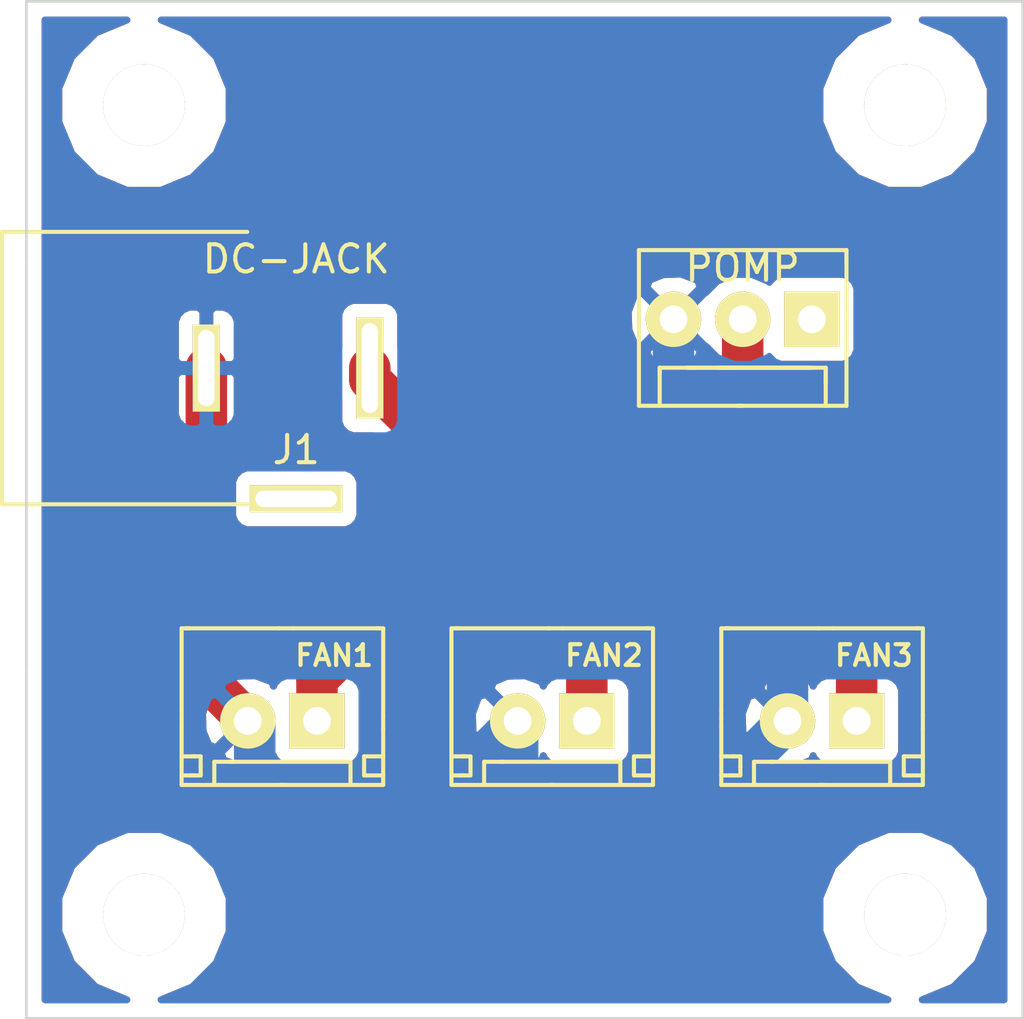
<source format=kicad_pcb>
(kicad_pcb (version 3) (host pcbnew "(2013-07-07 BZR 4022)-stable")

  (general
    (links 8)
    (no_connects 0)
    (area 44.653999 20.777999 81.330001 58.216001)
    (thickness 1.6)
    (drawings 7)
    (tracks 30)
    (zones 0)
    (modules 9)
    (nets 3)
  )

  (page A3)
  (title_block 
    (title "Water Cool PCB")
    (rev 1.0.0)
  )

  (layers
    (15 F.Cu signal)
    (0 B.Cu signal)
    (16 B.Adhes user)
    (17 F.Adhes user)
    (18 B.Paste user)
    (19 F.Paste user)
    (20 B.SilkS user)
    (21 F.SilkS user)
    (22 B.Mask user)
    (23 F.Mask user)
    (24 Dwgs.User user)
    (25 Cmts.User user)
    (26 Eco1.User user)
    (27 Eco2.User user)
    (28 Edge.Cuts user)
  )

  (setup
    (last_trace_width 0.254)
    (trace_clearance 0.254)
    (zone_clearance 0.508)
    (zone_45_only no)
    (trace_min 0.254)
    (segment_width 0.2)
    (edge_width 0.1)
    (via_size 0.889)
    (via_drill 0.635)
    (via_min_size 0.59944)
    (via_min_drill 0.39878)
    (uvia_size 0.508)
    (uvia_drill 0.127)
    (uvias_allowed no)
    (uvia_min_size 0.508)
    (uvia_min_drill 0.127)
    (pcb_text_width 0.3)
    (pcb_text_size 1.5 1.5)
    (mod_edge_width 0.15)
    (mod_text_size 1 1)
    (mod_text_width 0.15)
    (pad_size 2.032 2.032)
    (pad_drill 1.016)
    (pad_to_mask_clearance 0)
    (aux_axis_origin 0 0)
    (visible_elements 7FFFFFFF)
    (pcbplotparams
      (layerselection 283148289)
      (usegerberextensions true)
      (excludeedgelayer true)
      (linewidth 0.150000)
      (plotframeref false)
      (viasonmask false)
      (mode 1)
      (useauxorigin false)
      (hpglpennumber 1)
      (hpglpenspeed 20)
      (hpglpendiameter 15)
      (hpglpenoverlay 2)
      (psnegative false)
      (psa4output false)
      (plotreference true)
      (plotvalue true)
      (plotothertext true)
      (plotinvisibletext false)
      (padsonsilk false)
      (subtractmaskfromsilk true)
      (outputformat 1)
      (mirror false)
      (drillshape 0)
      (scaleselection 1)
      (outputdirectory Gaber/))
  )

  (net 0 "")
  (net 1 +12V)
  (net 2 GND)

  (net_class Default "これは標準のネット クラスです。"
    (clearance 0.254)
    (trace_width 0.254)
    (via_dia 0.889)
    (via_drill 0.635)
    (uvia_dia 0.508)
    (uvia_drill 0.127)
    (add_net "")
  )

  (net_class 12V ""
    (clearance 0.254)
    (trace_width 1.524)
    (via_dia 1.143)
    (via_drill 0.889)
    (uvia_dia 0.508)
    (uvia_drill 0.127)
    (add_net +12V)
    (add_net GND)
  )

  (module DC-005 (layer F.Cu) (tedit 55CC3F9B) (tstamp 55CE7E7D)
    (at 54.61 34.29)
    (path /55CC38E6)
    (fp_text reference J1 (at 0 3) (layer F.SilkS)
      (effects (font (size 1 1) (thickness 0.15)))
    )
    (fp_text value DC-JACK (at 0 -4) (layer F.SilkS)
      (effects (font (size 1 1) (thickness 0.15)))
    )
    (fp_line (start -10.8 -5) (end -1.8 -5) (layer F.SilkS) (width 0.15))
    (fp_line (start -10.8 0) (end -10.8 5) (layer F.SilkS) (width 0.15))
    (fp_line (start -10.8 5) (end -1.8 5) (layer F.SilkS) (width 0.15))
    (fp_line (start -10.8 0) (end -10.8 -5) (layer F.SilkS) (width 0.15))
    (pad 1 thru_hole trapezoid (at 2.7 0) (size 1 3.7) (drill oval 0.6 3.3)
      (layers *.Cu *.Mask F.SilkS)
      (net 1 +12V)
    )
    (pad 2 thru_hole rect (at -3.3 0) (size 1 3.2) (drill oval 0.6 2.8)
      (layers *.Cu *.Mask F.SilkS)
      (net 2 GND)
    )
    (pad 3 thru_hole rect (at 0 4.8) (size 3.4 1) (drill oval 3 0.6)
      (layers *.Cu *.Mask F.SilkS)
    )
  )

  (module B2B-XH-A (layer F.Cu) (tedit 559CFB2A) (tstamp 55CE7EA6)
    (at 54.102 47.244 180)
    (descr "Connecteurs 2 pins")
    (tags "CONN DEV")
    (path /55CC3A85)
    (fp_text reference J3 (at 0 -1.99898 180) (layer F.SilkS) hide
      (effects (font (size 0.762 0.762) (thickness 0.1524)))
    )
    (fp_text value FAN1 (at -1.9 2.4 180) (layer F.SilkS)
      (effects (font (size 0.762 0.762) (thickness 0.1524)))
    )
    (fp_line (start 3 -1.7) (end 3 -2) (layer F.SilkS) (width 0.15))
    (fp_line (start 3 -2) (end 3.4 -2) (layer F.SilkS) (width 0.15))
    (fp_line (start 3 -1.7) (end 3 -1.3) (layer F.SilkS) (width 0.15))
    (fp_line (start 3 -1.3) (end 3.3 -1.3) (layer F.SilkS) (width 0.15))
    (fp_line (start 3.7 -2) (end 3.2 -2) (layer F.SilkS) (width 0.15))
    (fp_line (start 3.7 -1.3) (end 3.2 -1.3) (layer F.SilkS) (width 0.15))
    (fp_line (start -3.7 -2) (end -3 -2) (layer F.SilkS) (width 0.15))
    (fp_line (start -3 -2) (end -3 -1.3) (layer F.SilkS) (width 0.15))
    (fp_line (start -3 -1.3) (end -3.7 -1.3) (layer F.SilkS) (width 0.15))
    (fp_line (start 1.8 -1.5) (end 2.5 -1.5) (layer F.SilkS) (width 0.15))
    (fp_line (start 2.5 -1.5) (end 2.5 -2.3) (layer F.SilkS) (width 0.15))
    (fp_line (start -2.5 -2.3) (end -2.5 -1.5) (layer F.SilkS) (width 0.15))
    (fp_line (start -2.5 -1.5) (end 1.9 -1.5) (layer F.SilkS) (width 0.15))
    (fp_line (start 3.7 -0.2) (end 3.7 -2.35) (layer F.SilkS) (width 0.15))
    (fp_line (start 3.7 -2.35) (end 3.5 -2.35) (layer F.SilkS) (width 0.15))
    (fp_line (start -3.7 -0.3) (end -3.7 -2.35) (layer F.SilkS) (width 0.15))
    (fp_line (start -3.7 -2.35) (end -3.65 -2.35) (layer F.SilkS) (width 0.15))
    (fp_line (start -0.1 -2.35) (end 3.55 -2.35) (layer F.SilkS) (width 0.15))
    (fp_line (start -0.2 -2.35) (end -3.6 -2.35) (layer F.SilkS) (width 0.15))
    (fp_line (start -3.6 -2.35) (end -3.65 -2.35) (layer F.SilkS) (width 0.15))
    (fp_line (start 3.7 0.4) (end 3.7 3.35) (layer F.SilkS) (width 0.15))
    (fp_line (start 3.7 3.35) (end 3.7 3.4) (layer F.SilkS) (width 0.15))
    (fp_line (start 3.7 3.4) (end 3.4 3.4) (layer F.SilkS) (width 0.15))
    (fp_line (start 0.1 3.4) (end 3.5 3.4) (layer F.SilkS) (width 0.15))
    (fp_line (start 3.5 3.4) (end 3.55 3.4) (layer F.SilkS) (width 0.15))
    (fp_line (start -3.7 0.2) (end -3.7 3.35) (layer F.SilkS) (width 0.15))
    (fp_line (start -3.7 3.35) (end -3.7 3.4) (layer F.SilkS) (width 0.15))
    (fp_line (start -3.7 3.4) (end -3.45 3.4) (layer F.SilkS) (width 0.15))
    (fp_line (start 0.15 3.4) (end -0.4 3.4) (layer F.SilkS) (width 0.15))
    (fp_line (start -0.4 3.4) (end -3.55 3.4) (layer F.SilkS) (width 0.15))
    (fp_line (start -0.05 -2.35) (end 0.1 -2.35) (layer F.SilkS) (width 0.15))
    (fp_line (start 0.1 -2.35) (end -0.2 -2.35) (layer F.SilkS) (width 0.15))
    (fp_line (start 3.7 -0.2) (end 3.7 0.1) (layer F.SilkS) (width 0.15))
    (fp_line (start 3.7 0.1) (end 3.7 0.4) (layer F.SilkS) (width 0.15))
    (fp_line (start -3.7 -0.3) (end -3.7 0.2) (layer F.SilkS) (width 0.15))
    (pad 1 thru_hole rect (at -1.27 0 180) (size 2.032 2.032) (drill 1.016)
      (layers *.Cu *.Mask F.SilkS)
      (net 1 +12V)
    )
    (pad 2 thru_hole circle (at 1.27 0 180) (size 2.032 2.032) (drill 1.016)
      (layers *.Cu *.Mask F.SilkS)
      (net 2 GND)
    )
    (model pin_array/pins_array_2x1.wrl
      (at (xyz 0 0 0))
      (scale (xyz 1 1 1))
      (rotate (xyz 0 0 0))
    )
  )

  (module B2B-XH-A (layer F.Cu) (tedit 559CFB2A) (tstamp 55CE7ECF)
    (at 64.008 47.244 180)
    (descr "Connecteurs 2 pins")
    (tags "CONN DEV")
    (path /55CC3A92)
    (fp_text reference J4 (at 0 -1.99898 180) (layer F.SilkS) hide
      (effects (font (size 0.762 0.762) (thickness 0.1524)))
    )
    (fp_text value FAN2 (at -1.9 2.4 180) (layer F.SilkS)
      (effects (font (size 0.762 0.762) (thickness 0.1524)))
    )
    (fp_line (start 3 -1.7) (end 3 -2) (layer F.SilkS) (width 0.15))
    (fp_line (start 3 -2) (end 3.4 -2) (layer F.SilkS) (width 0.15))
    (fp_line (start 3 -1.7) (end 3 -1.3) (layer F.SilkS) (width 0.15))
    (fp_line (start 3 -1.3) (end 3.3 -1.3) (layer F.SilkS) (width 0.15))
    (fp_line (start 3.7 -2) (end 3.2 -2) (layer F.SilkS) (width 0.15))
    (fp_line (start 3.7 -1.3) (end 3.2 -1.3) (layer F.SilkS) (width 0.15))
    (fp_line (start -3.7 -2) (end -3 -2) (layer F.SilkS) (width 0.15))
    (fp_line (start -3 -2) (end -3 -1.3) (layer F.SilkS) (width 0.15))
    (fp_line (start -3 -1.3) (end -3.7 -1.3) (layer F.SilkS) (width 0.15))
    (fp_line (start 1.8 -1.5) (end 2.5 -1.5) (layer F.SilkS) (width 0.15))
    (fp_line (start 2.5 -1.5) (end 2.5 -2.3) (layer F.SilkS) (width 0.15))
    (fp_line (start -2.5 -2.3) (end -2.5 -1.5) (layer F.SilkS) (width 0.15))
    (fp_line (start -2.5 -1.5) (end 1.9 -1.5) (layer F.SilkS) (width 0.15))
    (fp_line (start 3.7 -0.2) (end 3.7 -2.35) (layer F.SilkS) (width 0.15))
    (fp_line (start 3.7 -2.35) (end 3.5 -2.35) (layer F.SilkS) (width 0.15))
    (fp_line (start -3.7 -0.3) (end -3.7 -2.35) (layer F.SilkS) (width 0.15))
    (fp_line (start -3.7 -2.35) (end -3.65 -2.35) (layer F.SilkS) (width 0.15))
    (fp_line (start -0.1 -2.35) (end 3.55 -2.35) (layer F.SilkS) (width 0.15))
    (fp_line (start -0.2 -2.35) (end -3.6 -2.35) (layer F.SilkS) (width 0.15))
    (fp_line (start -3.6 -2.35) (end -3.65 -2.35) (layer F.SilkS) (width 0.15))
    (fp_line (start 3.7 0.4) (end 3.7 3.35) (layer F.SilkS) (width 0.15))
    (fp_line (start 3.7 3.35) (end 3.7 3.4) (layer F.SilkS) (width 0.15))
    (fp_line (start 3.7 3.4) (end 3.4 3.4) (layer F.SilkS) (width 0.15))
    (fp_line (start 0.1 3.4) (end 3.5 3.4) (layer F.SilkS) (width 0.15))
    (fp_line (start 3.5 3.4) (end 3.55 3.4) (layer F.SilkS) (width 0.15))
    (fp_line (start -3.7 0.2) (end -3.7 3.35) (layer F.SilkS) (width 0.15))
    (fp_line (start -3.7 3.35) (end -3.7 3.4) (layer F.SilkS) (width 0.15))
    (fp_line (start -3.7 3.4) (end -3.45 3.4) (layer F.SilkS) (width 0.15))
    (fp_line (start 0.15 3.4) (end -0.4 3.4) (layer F.SilkS) (width 0.15))
    (fp_line (start -0.4 3.4) (end -3.55 3.4) (layer F.SilkS) (width 0.15))
    (fp_line (start -0.05 -2.35) (end 0.1 -2.35) (layer F.SilkS) (width 0.15))
    (fp_line (start 0.1 -2.35) (end -0.2 -2.35) (layer F.SilkS) (width 0.15))
    (fp_line (start 3.7 -0.2) (end 3.7 0.1) (layer F.SilkS) (width 0.15))
    (fp_line (start 3.7 0.1) (end 3.7 0.4) (layer F.SilkS) (width 0.15))
    (fp_line (start -3.7 -0.3) (end -3.7 0.2) (layer F.SilkS) (width 0.15))
    (pad 1 thru_hole rect (at -1.27 0 180) (size 2.032 2.032) (drill 1.016)
      (layers *.Cu *.Mask F.SilkS)
      (net 1 +12V)
    )
    (pad 2 thru_hole circle (at 1.27 0 180) (size 2.032 2.032) (drill 1.016)
      (layers *.Cu *.Mask F.SilkS)
      (net 2 GND)
    )
    (model pin_array/pins_array_2x1.wrl
      (at (xyz 0 0 0))
      (scale (xyz 1 1 1))
      (rotate (xyz 0 0 0))
    )
  )

  (module B2B-XH-A (layer F.Cu) (tedit 559CFB2A) (tstamp 55CE7EF8)
    (at 73.914 47.244 180)
    (descr "Connecteurs 2 pins")
    (tags "CONN DEV")
    (path /55CC3A98)
    (fp_text reference J5 (at 0 -1.99898 180) (layer F.SilkS) hide
      (effects (font (size 0.762 0.762) (thickness 0.1524)))
    )
    (fp_text value FAN3 (at -1.9 2.4 180) (layer F.SilkS)
      (effects (font (size 0.762 0.762) (thickness 0.1524)))
    )
    (fp_line (start 3 -1.7) (end 3 -2) (layer F.SilkS) (width 0.15))
    (fp_line (start 3 -2) (end 3.4 -2) (layer F.SilkS) (width 0.15))
    (fp_line (start 3 -1.7) (end 3 -1.3) (layer F.SilkS) (width 0.15))
    (fp_line (start 3 -1.3) (end 3.3 -1.3) (layer F.SilkS) (width 0.15))
    (fp_line (start 3.7 -2) (end 3.2 -2) (layer F.SilkS) (width 0.15))
    (fp_line (start 3.7 -1.3) (end 3.2 -1.3) (layer F.SilkS) (width 0.15))
    (fp_line (start -3.7 -2) (end -3 -2) (layer F.SilkS) (width 0.15))
    (fp_line (start -3 -2) (end -3 -1.3) (layer F.SilkS) (width 0.15))
    (fp_line (start -3 -1.3) (end -3.7 -1.3) (layer F.SilkS) (width 0.15))
    (fp_line (start 1.8 -1.5) (end 2.5 -1.5) (layer F.SilkS) (width 0.15))
    (fp_line (start 2.5 -1.5) (end 2.5 -2.3) (layer F.SilkS) (width 0.15))
    (fp_line (start -2.5 -2.3) (end -2.5 -1.5) (layer F.SilkS) (width 0.15))
    (fp_line (start -2.5 -1.5) (end 1.9 -1.5) (layer F.SilkS) (width 0.15))
    (fp_line (start 3.7 -0.2) (end 3.7 -2.35) (layer F.SilkS) (width 0.15))
    (fp_line (start 3.7 -2.35) (end 3.5 -2.35) (layer F.SilkS) (width 0.15))
    (fp_line (start -3.7 -0.3) (end -3.7 -2.35) (layer F.SilkS) (width 0.15))
    (fp_line (start -3.7 -2.35) (end -3.65 -2.35) (layer F.SilkS) (width 0.15))
    (fp_line (start -0.1 -2.35) (end 3.55 -2.35) (layer F.SilkS) (width 0.15))
    (fp_line (start -0.2 -2.35) (end -3.6 -2.35) (layer F.SilkS) (width 0.15))
    (fp_line (start -3.6 -2.35) (end -3.65 -2.35) (layer F.SilkS) (width 0.15))
    (fp_line (start 3.7 0.4) (end 3.7 3.35) (layer F.SilkS) (width 0.15))
    (fp_line (start 3.7 3.35) (end 3.7 3.4) (layer F.SilkS) (width 0.15))
    (fp_line (start 3.7 3.4) (end 3.4 3.4) (layer F.SilkS) (width 0.15))
    (fp_line (start 0.1 3.4) (end 3.5 3.4) (layer F.SilkS) (width 0.15))
    (fp_line (start 3.5 3.4) (end 3.55 3.4) (layer F.SilkS) (width 0.15))
    (fp_line (start -3.7 0.2) (end -3.7 3.35) (layer F.SilkS) (width 0.15))
    (fp_line (start -3.7 3.35) (end -3.7 3.4) (layer F.SilkS) (width 0.15))
    (fp_line (start -3.7 3.4) (end -3.45 3.4) (layer F.SilkS) (width 0.15))
    (fp_line (start 0.15 3.4) (end -0.4 3.4) (layer F.SilkS) (width 0.15))
    (fp_line (start -0.4 3.4) (end -3.55 3.4) (layer F.SilkS) (width 0.15))
    (fp_line (start -0.05 -2.35) (end 0.1 -2.35) (layer F.SilkS) (width 0.15))
    (fp_line (start 0.1 -2.35) (end -0.2 -2.35) (layer F.SilkS) (width 0.15))
    (fp_line (start 3.7 -0.2) (end 3.7 0.1) (layer F.SilkS) (width 0.15))
    (fp_line (start 3.7 0.1) (end 3.7 0.4) (layer F.SilkS) (width 0.15))
    (fp_line (start -3.7 -0.3) (end -3.7 0.2) (layer F.SilkS) (width 0.15))
    (pad 1 thru_hole rect (at -1.27 0 180) (size 2.032 2.032) (drill 1.016)
      (layers *.Cu *.Mask F.SilkS)
      (net 1 +12V)
    )
    (pad 2 thru_hole circle (at 1.27 0 180) (size 2.032 2.032) (drill 1.016)
      (layers *.Cu *.Mask F.SilkS)
      (net 2 GND)
    )
    (model pin_array/pins_array_2x1.wrl
      (at (xyz 0 0 0))
      (scale (xyz 1 1 1))
      (rotate (xyz 0 0 0))
    )
  )

  (module HOLE_M3 (layer F.Cu) (tedit 50EFFF5E) (tstamp 55CF67F0)
    (at 49.022 24.638)
    (fp_text reference Ref** (at 0 0) (layer F.SilkS) hide
      (effects (font (size 1.00076 1.00076) (thickness 0.20066)))
    )
    (fp_text value Val** (at 0 0) (layer F.SilkS) hide
      (effects (font (size 1.00076 1.00076) (thickness 0.20066)))
    )
    (pad "" thru_hole circle (at 0 0) (size 2.99974 2.99974) (drill 2.99974)
      (layers *.Cu *.Mask F.SilkS)
      (clearance 1.50114)
    )
  )

  (module HOLE_M3 (layer F.Cu) (tedit 50EFFF5E) (tstamp 55CF67F9)
    (at 76.962 24.638)
    (fp_text reference Ref** (at 0 0) (layer F.SilkS) hide
      (effects (font (size 1.00076 1.00076) (thickness 0.20066)))
    )
    (fp_text value Val** (at 0 0) (layer F.SilkS) hide
      (effects (font (size 1.00076 1.00076) (thickness 0.20066)))
    )
    (pad "" thru_hole circle (at 0 0) (size 2.99974 2.99974) (drill 2.99974)
      (layers *.Cu *.Mask F.SilkS)
      (clearance 1.50114)
    )
  )

  (module HOLE_M3 (layer F.Cu) (tedit 50EFFF5E) (tstamp 55CF6802)
    (at 49.022 54.356)
    (fp_text reference Ref** (at 0 0) (layer F.SilkS) hide
      (effects (font (size 1.00076 1.00076) (thickness 0.20066)))
    )
    (fp_text value Val** (at 0 0) (layer F.SilkS) hide
      (effects (font (size 1.00076 1.00076) (thickness 0.20066)))
    )
    (pad "" thru_hole circle (at 0 0) (size 2.99974 2.99974) (drill 2.99974)
      (layers *.Cu *.Mask F.SilkS)
      (clearance 1.50114)
    )
  )

  (module HOLE_M3 (layer F.Cu) (tedit 50EFFF5E) (tstamp 55CF6886)
    (at 76.962 54.356)
    (fp_text reference Ref** (at 0 0) (layer F.SilkS) hide
      (effects (font (size 1.00076 1.00076) (thickness 0.20066)))
    )
    (fp_text value Val** (at 0 0) (layer F.SilkS) hide
      (effects (font (size 1.00076 1.00076) (thickness 0.20066)))
    )
    (pad "" thru_hole circle (at 0 0) (size 2.99974 2.99974) (drill 2.99974)
      (layers *.Cu *.Mask F.SilkS)
      (clearance 1.50114)
    )
  )

  (module 640454-3 (layer F.Cu) (tedit 5691DA6E) (tstamp 5691DC68)
    (at 71 32.5 180)
    (path /5691DB1A)
    (fp_text reference J2 (at 0 -2.3495 180) (layer F.SilkS) hide
      (effects (font (size 1 1) (thickness 0.15)))
    )
    (fp_text value POMP (at 0 1.905 180) (layer F.SilkS)
      (effects (font (size 1 1) (thickness 0.15)))
    )
    (fp_line (start 0.1905 -3.175) (end -3.81 -3.175) (layer F.SilkS) (width 0.15))
    (fp_line (start -3.81 -3.175) (end -3.81 -2.794) (layer F.SilkS) (width 0.15))
    (fp_line (start 1.778 -1.778) (end 3.048 -1.778) (layer F.SilkS) (width 0.15))
    (fp_line (start 3.048 -1.778) (end 3.048 -2.032) (layer F.SilkS) (width 0.15))
    (fp_line (start -2.413 -1.778) (end -3.048 -1.778) (layer F.SilkS) (width 0.15))
    (fp_line (start -3.048 -1.778) (end -3.048 -2.3495) (layer F.SilkS) (width 0.15))
    (fp_line (start 0 2.54) (end -3.81 2.54) (layer F.SilkS) (width 0.15))
    (fp_line (start -3.81 2.54) (end -3.81 2.032) (layer F.SilkS) (width 0.15))
    (fp_line (start -0.1905 2.54) (end 3.81 2.54) (layer F.SilkS) (width 0.15))
    (fp_line (start 3.048 -1.778) (end 3.048 -3.175) (layer F.SilkS) (width 0.15))
    (fp_line (start -2.413 -1.778) (end 2.032 -1.778) (layer F.SilkS) (width 0.15))
    (fp_line (start -3.048 -1.778) (end -3.048 -3.175) (layer F.SilkS) (width 0.15))
    (fp_line (start 0 -1.778) (end 0.889 -1.778) (layer F.SilkS) (width 0.15))
    (fp_line (start 0.889 -1.778) (end -2.54 -1.778) (layer F.SilkS) (width 0.15))
    (fp_line (start -2.54 -1.778) (end 2.032 -1.778) (layer F.SilkS) (width 0.15))
    (fp_line (start 3.81 0.127) (end 3.81 -3.175) (layer F.SilkS) (width 0.15))
    (fp_line (start 3.81 0) (end 3.81 2.54) (layer F.SilkS) (width 0.15))
    (fp_line (start -3.81 0) (end -3.81 -3.175) (layer F.SilkS) (width 0.15))
    (fp_line (start -3.81 0) (end -3.81 2.54) (layer F.SilkS) (width 0.15))
    (fp_line (start 0 -3.175) (end 3.81 -3.175) (layer F.SilkS) (width 0.15))
    (pad 1 thru_hole trapezoid (at -2.54 0 180) (size 2.032 2.032) (drill 1.016)
      (layers *.Cu *.Mask F.SilkS)
    )
    (pad 2 thru_hole circle (at 0 0 180) (size 2.032 2.032) (drill 1.016)
      (layers *.Cu *.Mask F.SilkS)
      (net 1 +12V)
    )
    (pad 3 thru_hole circle (at 2.54 0 180) (size 2.032 2.032) (drill 1.016)
      (layers *.Cu *.Mask F.SilkS)
      (net 2 GND)
    )
  )

  (gr_line (start 44.704 58.166) (end 44.704 45.212) (angle 90) (layer Edge.Cuts) (width 0.1))
  (gr_line (start 81.28 58.166) (end 44.704 58.166) (angle 90) (layer Edge.Cuts) (width 0.1))
  (gr_line (start 81.28 20.828) (end 81.28 58.166) (angle 90) (layer Edge.Cuts) (width 0.1))
  (gr_line (start 44.704 20.828) (end 81.28 20.828) (angle 90) (layer Edge.Cuts) (width 0.1))
  (gr_line (start 44.704 24.13) (end 44.704 20.828) (angle 90) (layer Edge.Cuts) (width 0.1))
  (gr_line (start 44.704 30.226) (end 44.704 24.13) (angle 90) (layer Edge.Cuts) (width 0.1))
  (gr_line (start 44.704 30.226) (end 44.704 45.212) (angle 90) (layer Edge.Cuts) (width 0.1))

  (segment (start 71 32.5) (end 71 42.418) (width 1.524) (layer F.Cu) (net 1))
  (segment (start 71 42.418) (end 71.12 42.418) (width 1.524) (layer F.Cu) (net 1) (tstamp 5691DCB0))
  (segment (start 57.31 34.29) (end 57.31 34.704) (width 1.524) (layer F.Cu) (net 1))
  (segment (start 61.722 39.116) (end 61.722 42.418) (width 1.524) (layer F.Cu) (net 1) (tstamp 55CF68C0))
  (segment (start 57.31 34.704) (end 61.722 39.116) (width 1.524) (layer F.Cu) (net 1) (tstamp 55CF68BF))
  (segment (start 65.278 47.244) (end 65.278 44.704) (width 1.524) (layer F.Cu) (net 1))
  (segment (start 65.278 44.704) (end 65.278 42.418) (width 1.524) (layer F.Cu) (net 1) (tstamp 55CF68B5))
  (segment (start 55.372 47.244) (end 55.372 45.72) (width 1.524) (layer F.Cu) (net 1))
  (segment (start 75.184 43.688) (end 75.184 47.244) (width 1.524) (layer F.Cu) (net 1) (tstamp 55CF68AB))
  (segment (start 73.914 42.418) (end 75.184 43.688) (width 1.524) (layer F.Cu) (net 1) (tstamp 55CF68AA))
  (segment (start 58.674 42.418) (end 61.722 42.418) (width 1.524) (layer F.Cu) (net 1) (tstamp 55CF68A9))
  (segment (start 61.722 42.418) (end 65.278 42.418) (width 1.524) (layer F.Cu) (net 1) (tstamp 55CF68C3))
  (segment (start 65.278 42.418) (end 71.12 42.418) (width 1.524) (layer F.Cu) (net 1) (tstamp 55CF68B8))
  (segment (start 71.12 42.418) (end 73.914 42.418) (width 1.524) (layer F.Cu) (net 1) (tstamp 55CF68BD))
  (segment (start 55.372 45.72) (end 58.674 42.418) (width 1.524) (layer F.Cu) (net 1) (tstamp 55CF68A8))
  (segment (start 72.644 47.244) (end 72.644 43.644) (width 1.524) (layer B.Cu) (net 2))
  (segment (start 68.46 39.46) (end 68.46 32.5) (width 1.524) (layer B.Cu) (net 2) (tstamp 5691DCA3))
  (segment (start 72.644 43.644) (end 68.46 39.46) (width 1.524) (layer B.Cu) (net 2) (tstamp 5691DCA0))
  (segment (start 51.31 34.29) (end 51.31 45.722) (width 1.524) (layer F.Cu) (net 2))
  (segment (start 51.31 45.722) (end 52.832 47.244) (width 1.524) (layer F.Cu) (net 2) (tstamp 55CF68C5))
  (via (at 52.832 47.244) (size 1.143) (layers F.Cu B.Cu) (net 2))
  (segment (start 52.832 47.244) (end 53.086 47.498) (width 1.524) (layer B.Cu) (net 2) (tstamp 55CF68C8))
  (segment (start 53.086 47.498) (end 53.086 50.546) (width 1.524) (layer B.Cu) (net 2) (tstamp 55CF68C9))
  (segment (start 53.086 50.546) (end 54.356 51.816) (width 1.524) (layer B.Cu) (net 2) (tstamp 55CF68CA))
  (segment (start 54.356 51.816) (end 58.166 51.816) (width 1.524) (layer B.Cu) (net 2) (tstamp 55CF68CB))
  (segment (start 58.166 51.816) (end 62.738 47.244) (width 1.524) (layer B.Cu) (net 2) (tstamp 55CF68CC))
  (segment (start 62.738 47.244) (end 62.738 49.53) (width 1.524) (layer B.Cu) (net 2) (tstamp 55CF68CD))
  (segment (start 62.738 49.53) (end 64.77 51.562) (width 1.524) (layer B.Cu) (net 2) (tstamp 55CF68CE))
  (segment (start 64.77 51.562) (end 68.326 51.562) (width 1.524) (layer B.Cu) (net 2) (tstamp 55CF68CF))
  (segment (start 68.326 51.562) (end 72.644 47.244) (width 1.524) (layer B.Cu) (net 2) (tstamp 55CF68D0))

  (zone (net 2) (net_name GND) (layer F.Cu) (tstamp 55CF68D6) (hatch edge 0.508)
    (connect_pads (clearance 0.508))
    (min_thickness 0.254)
    (fill (arc_segments 16) (thermal_gap 0.508) (thermal_bridge_width 0.508))
    (polygon
      (pts
        (xy 81.026 57.912) (xy 44.958 57.912) (xy 44.958 21.082) (xy 81.026 21.082)
      )
    )
    (filled_polygon
      (pts
        (xy 80.595 57.481) (xy 77.590064 57.481) (xy 78.73156 57.009344) (xy 79.612251 56.130189) (xy 80.089466 54.980929)
        (xy 80.090551 53.73653) (xy 79.615344 52.58644) (xy 78.736189 51.705749) (xy 77.586929 51.228534) (xy 76.83511 51.227878)
        (xy 76.83511 48.134245) (xy 76.83511 46.102245) (xy 76.738641 45.868771) (xy 76.581 45.710855) (xy 76.581 43.688)
        (xy 76.47466 43.153391) (xy 76.171828 42.700172) (xy 74.901828 41.430172) (xy 74.448609 41.12734) (xy 73.914 41.021)
        (xy 72.397 41.021) (xy 72.397 34.150832) (xy 72.397136 34.150889) (xy 72.649755 34.15111) (xy 74.681755 34.15111)
        (xy 74.915229 34.054641) (xy 75.094013 33.876168) (xy 75.190889 33.642864) (xy 75.19111 33.390245) (xy 75.19111 31.358245)
        (xy 75.094641 31.124771) (xy 74.916168 30.945987) (xy 74.682864 30.849111) (xy 74.430245 30.84889) (xy 72.398245 30.84889)
        (xy 72.164771 30.945359) (xy 71.985987 31.123832) (xy 71.978077 31.142879) (xy 71.936437 31.101166) (xy 71.329845 30.849287)
        (xy 70.673037 30.848714) (xy 70.066005 31.099534) (xy 69.642434 31.522366) (xy 69.624107 31.515498) (xy 69.444502 31.695103)
        (xy 69.444502 31.335893) (xy 69.34388 31.067378) (xy 68.728358 30.838184) (xy 68.071981 30.861986) (xy 67.57612 31.067378)
        (xy 67.475498 31.335893) (xy 68.46 32.320395) (xy 69.444502 31.335893) (xy 69.444502 31.695103) (xy 68.639605 32.5)
        (xy 68.653747 32.514142) (xy 68.474142 32.693747) (xy 68.46 32.679605) (xy 68.280395 32.85921) (xy 68.280395 32.5)
        (xy 67.295893 31.515498) (xy 67.027378 31.61612) (xy 66.798184 32.231642) (xy 66.821986 32.888019) (xy 67.027378 33.38388)
        (xy 67.295893 33.484502) (xy 68.280395 32.5) (xy 68.280395 32.85921) (xy 67.475498 33.664107) (xy 67.57612 33.932622)
        (xy 68.191642 34.161816) (xy 68.848019 34.138014) (xy 69.34388 33.932622) (xy 69.444501 33.664109) (xy 69.444502 33.66411)
        (xy 69.558741 33.778349) (xy 69.603 33.73409) (xy 69.603 41.021) (xy 69.444502 41.021) (xy 65.278 41.021)
        (xy 63.119 41.021) (xy 63.119 39.116) (xy 63.01266 38.581391) (xy 62.709828 38.128172) (xy 58.666115 34.084459)
        (xy 58.60066 33.755391) (xy 58.44511 33.522594) (xy 58.44511 32.314245) (xy 58.348641 32.080771) (xy 58.170168 31.901987)
        (xy 57.936864 31.805111) (xy 57.684245 31.80489) (xy 56.684245 31.80489) (xy 56.450771 31.901359) (xy 56.271987 32.079832)
        (xy 56.175111 32.313136) (xy 56.17489 32.565755) (xy 56.17489 33.522594) (xy 56.01934 33.755391) (xy 55.913 34.29)
        (xy 55.913 34.704) (xy 56.01934 35.238609) (xy 56.17489 35.471405) (xy 56.17489 36.265755) (xy 56.271359 36.499229)
        (xy 56.449832 36.678013) (xy 56.683136 36.774889) (xy 56.935755 36.77511) (xy 57.405454 36.77511) (xy 60.325 39.694656)
        (xy 60.325 41.021) (xy 58.674 41.021) (xy 58.139391 41.12734) (xy 57.686172 41.430172) (xy 56.94511 42.171234)
        (xy 56.94511 39.464245) (xy 56.94511 38.464245) (xy 56.848641 38.230771) (xy 56.670168 38.051987) (xy 56.436864 37.955111)
        (xy 56.184245 37.95489) (xy 52.784245 37.95489) (xy 52.550771 38.051359) (xy 52.44511 38.156836) (xy 52.44511 35.764245)
        (xy 52.44511 32.815755) (xy 52.444889 32.563136) (xy 52.348013 32.329832) (xy 52.169229 32.151359) (xy 51.935755 32.05489)
        (xy 51.59575 32.055) (xy 51.437 32.21375) (xy 51.437 34.163) (xy 52.28625 34.163) (xy 52.445 34.00425)
        (xy 52.44511 32.815755) (xy 52.44511 35.764245) (xy 52.445 34.57575) (xy 52.28625 34.417) (xy 51.437 34.417)
        (xy 51.437 36.36625) (xy 51.59575 36.525) (xy 51.935755 36.52511) (xy 52.169229 36.428641) (xy 52.348013 36.250168)
        (xy 52.444889 36.016864) (xy 52.44511 35.764245) (xy 52.44511 38.156836) (xy 52.371987 38.229832) (xy 52.275111 38.463136)
        (xy 52.27489 38.715755) (xy 52.27489 39.715755) (xy 52.371359 39.949229) (xy 52.549832 40.128013) (xy 52.783136 40.224889)
        (xy 53.035755 40.22511) (xy 56.435755 40.22511) (xy 56.669229 40.128641) (xy 56.848013 39.950168) (xy 56.944889 39.716864)
        (xy 56.94511 39.464245) (xy 56.94511 42.171234) (xy 54.384172 44.732172) (xy 54.08134 45.185391) (xy 53.97721 45.708885)
        (xy 53.817987 45.867832) (xy 53.775436 45.970306) (xy 53.71588 45.811378) (xy 53.100358 45.582184) (xy 52.443981 45.605986)
        (xy 51.94812 45.811378) (xy 51.847498 46.079893) (xy 52.832 47.064395) (xy 52.846142 47.050252) (xy 53.025747 47.229857)
        (xy 53.011605 47.244) (xy 53.025747 47.258142) (xy 52.846142 47.437747) (xy 52.832 47.423605) (xy 52.652395 47.60321)
        (xy 52.652395 47.244) (xy 51.667893 46.259498) (xy 51.399378 46.36012) (xy 51.183 46.941223) (xy 51.183 36.36625)
        (xy 51.183 34.417) (xy 51.183 34.163) (xy 51.183 32.21375) (xy 51.02425 32.055) (xy 50.684245 32.05489)
        (xy 50.450771 32.151359) (xy 50.271987 32.329832) (xy 50.175111 32.563136) (xy 50.17489 32.815755) (xy 50.175 34.00425)
        (xy 50.33375 34.163) (xy 51.183 34.163) (xy 51.183 34.417) (xy 50.33375 34.417) (xy 50.175 34.57575)
        (xy 50.17489 35.764245) (xy 50.175111 36.016864) (xy 50.271987 36.250168) (xy 50.450771 36.428641) (xy 50.684245 36.52511)
        (xy 51.02425 36.525) (xy 51.183 36.36625) (xy 51.183 46.941223) (xy 51.170184 46.975642) (xy 51.193986 47.632019)
        (xy 51.399378 48.12788) (xy 51.667893 48.228502) (xy 52.652395 47.244) (xy 52.652395 47.60321) (xy 51.847498 48.408107)
        (xy 51.94812 48.676622) (xy 52.563642 48.905816) (xy 53.220019 48.882014) (xy 53.71588 48.676622) (xy 53.775421 48.517732)
        (xy 53.817359 48.619229) (xy 53.995832 48.798013) (xy 54.229136 48.894889) (xy 54.481755 48.89511) (xy 56.513755 48.89511)
        (xy 56.747229 48.798641) (xy 56.926013 48.620168) (xy 57.022889 48.386864) (xy 57.02311 48.134245) (xy 57.02311 46.102245)
        (xy 57.006239 46.061416) (xy 59.252656 43.815) (xy 61.722 43.815) (xy 63.881 43.815) (xy 63.881 44.704)
        (xy 63.881 45.711092) (xy 63.723987 45.867832) (xy 63.681436 45.970306) (xy 63.62188 45.811378) (xy 63.006358 45.582184)
        (xy 62.349981 45.605986) (xy 61.85412 45.811378) (xy 61.753498 46.079893) (xy 62.738 47.064395) (xy 62.752142 47.050252)
        (xy 62.931747 47.229857) (xy 62.917605 47.244) (xy 62.931747 47.258142) (xy 62.752142 47.437747) (xy 62.738 47.423605)
        (xy 62.558395 47.60321) (xy 62.558395 47.244) (xy 61.573893 46.259498) (xy 61.305378 46.36012) (xy 61.076184 46.975642)
        (xy 61.099986 47.632019) (xy 61.305378 48.12788) (xy 61.573893 48.228502) (xy 62.558395 47.244) (xy 62.558395 47.60321)
        (xy 61.753498 48.408107) (xy 61.85412 48.676622) (xy 62.469642 48.905816) (xy 63.126019 48.882014) (xy 63.62188 48.676622)
        (xy 63.681421 48.517732) (xy 63.723359 48.619229) (xy 63.901832 48.798013) (xy 64.135136 48.894889) (xy 64.387755 48.89511)
        (xy 66.419755 48.89511) (xy 66.653229 48.798641) (xy 66.832013 48.620168) (xy 66.928889 48.386864) (xy 66.92911 48.134245)
        (xy 66.92911 46.102245) (xy 66.832641 45.868771) (xy 66.675 45.710855) (xy 66.675 44.704) (xy 66.675 43.815)
        (xy 71 43.815) (xy 71.12 43.815) (xy 73.335344 43.815) (xy 73.787 44.266656) (xy 73.787 45.711092)
        (xy 73.629987 45.867832) (xy 73.587436 45.970306) (xy 73.52788 45.811378) (xy 72.912358 45.582184) (xy 72.255981 45.605986)
        (xy 71.76012 45.811378) (xy 71.659498 46.079893) (xy 72.644 47.064395) (xy 72.658142 47.050252) (xy 72.837747 47.229857)
        (xy 72.823605 47.244) (xy 72.837747 47.258142) (xy 72.658142 47.437747) (xy 72.644 47.423605) (xy 72.464395 47.60321)
        (xy 72.464395 47.244) (xy 71.479893 46.259498) (xy 71.211378 46.36012) (xy 70.982184 46.975642) (xy 71.005986 47.632019)
        (xy 71.211378 48.12788) (xy 71.479893 48.228502) (xy 72.464395 47.244) (xy 72.464395 47.60321) (xy 71.659498 48.408107)
        (xy 71.76012 48.676622) (xy 72.375642 48.905816) (xy 73.032019 48.882014) (xy 73.52788 48.676622) (xy 73.587421 48.517732)
        (xy 73.629359 48.619229) (xy 73.807832 48.798013) (xy 74.041136 48.894889) (xy 74.293755 48.89511) (xy 76.325755 48.89511)
        (xy 76.559229 48.798641) (xy 76.738013 48.620168) (xy 76.834889 48.386864) (xy 76.83511 48.134245) (xy 76.83511 51.227878)
        (xy 76.34253 51.227449) (xy 75.19244 51.702656) (xy 74.311749 52.581811) (xy 73.834534 53.731071) (xy 73.833449 54.97547)
        (xy 74.308656 56.12556) (xy 75.187811 57.006251) (xy 76.331132 57.481) (xy 49.650064 57.481) (xy 50.79156 57.009344)
        (xy 51.672251 56.130189) (xy 52.149466 54.980929) (xy 52.150551 53.73653) (xy 51.675344 52.58644) (xy 50.796189 51.705749)
        (xy 49.646929 51.228534) (xy 48.40253 51.227449) (xy 47.25244 51.702656) (xy 46.371749 52.581811) (xy 45.894534 53.731071)
        (xy 45.893449 54.97547) (xy 46.368656 56.12556) (xy 47.247811 57.006251) (xy 48.391132 57.481) (xy 45.389 57.481)
        (xy 45.389 45.212) (xy 45.389 30.226) (xy 45.389 24.13) (xy 45.389 21.513) (xy 48.393935 21.513)
        (xy 47.25244 21.984656) (xy 46.371749 22.863811) (xy 45.894534 24.013071) (xy 45.893449 25.25747) (xy 46.368656 26.40756)
        (xy 47.247811 27.288251) (xy 48.397071 27.765466) (xy 49.64147 27.766551) (xy 50.79156 27.291344) (xy 51.672251 26.412189)
        (xy 52.149466 25.262929) (xy 52.150551 24.01853) (xy 51.675344 22.86844) (xy 50.796189 21.987749) (xy 49.652867 21.513)
        (xy 76.333935 21.513) (xy 75.19244 21.984656) (xy 74.311749 22.863811) (xy 73.834534 24.013071) (xy 73.833449 25.25747)
        (xy 74.308656 26.40756) (xy 75.187811 27.288251) (xy 76.337071 27.765466) (xy 77.58147 27.766551) (xy 78.73156 27.291344)
        (xy 79.612251 26.412189) (xy 80.089466 25.262929) (xy 80.090551 24.01853) (xy 79.615344 22.86844) (xy 78.736189 21.987749)
        (xy 77.592867 21.513) (xy 80.595 21.513) (xy 80.595 57.481)
      )
    )
  )
  (zone (net 2) (net_name GND) (layer B.Cu) (tstamp 55CF68D7) (hatch edge 0.508)
    (connect_pads (clearance 0.508))
    (min_thickness 0.254)
    (fill (arc_segments 16) (thermal_gap 0.508) (thermal_bridge_width 0.508))
    (polygon
      (pts
        (xy 81.026 57.912) (xy 44.958 57.912) (xy 44.958 21.082) (xy 81.026 21.082)
      )
    )
    (filled_polygon
      (pts
        (xy 80.595 57.481) (xy 77.590064 57.481) (xy 78.73156 57.009344) (xy 79.612251 56.130189) (xy 80.089466 54.980929)
        (xy 80.090551 53.73653) (xy 79.615344 52.58644) (xy 78.736189 51.705749) (xy 77.586929 51.228534) (xy 76.83511 51.227878)
        (xy 76.83511 48.134245) (xy 76.83511 46.102245) (xy 76.738641 45.868771) (xy 76.560168 45.689987) (xy 76.326864 45.593111)
        (xy 76.074245 45.59289) (xy 75.19111 45.59289) (xy 75.19111 33.390245) (xy 75.19111 31.358245) (xy 75.094641 31.124771)
        (xy 74.916168 30.945987) (xy 74.682864 30.849111) (xy 74.430245 30.84889) (xy 72.398245 30.84889) (xy 72.164771 30.945359)
        (xy 71.985987 31.123832) (xy 71.978077 31.142879) (xy 71.936437 31.101166) (xy 71.329845 30.849287) (xy 70.673037 30.848714)
        (xy 70.066005 31.099534) (xy 69.642434 31.522366) (xy 69.624107 31.515498) (xy 69.444502 31.695103) (xy 69.444502 31.335893)
        (xy 69.34388 31.067378) (xy 68.728358 30.838184) (xy 68.071981 30.861986) (xy 67.57612 31.067378) (xy 67.475498 31.335893)
        (xy 68.46 32.320395) (xy 69.444502 31.335893) (xy 69.444502 31.695103) (xy 68.639605 32.5) (xy 69.624107 33.484502)
        (xy 69.642916 33.477453) (xy 70.063563 33.898834) (xy 70.670155 34.150713) (xy 71.326963 34.151286) (xy 71.933995 33.900466)
        (xy 71.977742 33.856794) (xy 71.985359 33.875229) (xy 72.163832 34.054013) (xy 72.397136 34.150889) (xy 72.649755 34.15111)
        (xy 74.681755 34.15111) (xy 74.915229 34.054641) (xy 75.094013 33.876168) (xy 75.190889 33.642864) (xy 75.19111 33.390245)
        (xy 75.19111 45.59289) (xy 74.042245 45.59289) (xy 73.808771 45.689359) (xy 73.629987 45.867832) (xy 73.587436 45.970306)
        (xy 73.52788 45.811378) (xy 72.912358 45.582184) (xy 72.255981 45.605986) (xy 71.76012 45.811378) (xy 71.659498 46.079893)
        (xy 72.644 47.064395) (xy 72.658142 47.050252) (xy 72.837747 47.229857) (xy 72.823605 47.244) (xy 72.837747 47.258142)
        (xy 72.658142 47.437747) (xy 72.644 47.423605) (xy 72.464395 47.60321) (xy 72.464395 47.244) (xy 71.479893 46.259498)
        (xy 71.211378 46.36012) (xy 70.982184 46.975642) (xy 71.005986 47.632019) (xy 71.211378 48.12788) (xy 71.479893 48.228502)
        (xy 72.464395 47.244) (xy 72.464395 47.60321) (xy 71.659498 48.408107) (xy 71.76012 48.676622) (xy 72.375642 48.905816)
        (xy 73.032019 48.882014) (xy 73.52788 48.676622) (xy 73.587421 48.517732) (xy 73.629359 48.619229) (xy 73.807832 48.798013)
        (xy 74.041136 48.894889) (xy 74.293755 48.89511) (xy 76.325755 48.89511) (xy 76.559229 48.798641) (xy 76.738013 48.620168)
        (xy 76.834889 48.386864) (xy 76.83511 48.134245) (xy 76.83511 51.227878) (xy 76.34253 51.227449) (xy 75.19244 51.702656)
        (xy 74.311749 52.581811) (xy 73.834534 53.731071) (xy 73.833449 54.97547) (xy 74.308656 56.12556) (xy 75.187811 57.006251)
        (xy 76.331132 57.481) (xy 69.444502 57.481) (xy 69.444502 33.664107) (xy 68.46 32.679605) (xy 68.280395 32.85921)
        (xy 68.280395 32.5) (xy 67.295893 31.515498) (xy 67.027378 31.61612) (xy 66.798184 32.231642) (xy 66.821986 32.888019)
        (xy 67.027378 33.38388) (xy 67.295893 33.484502) (xy 68.280395 32.5) (xy 68.280395 32.85921) (xy 67.475498 33.664107)
        (xy 67.57612 33.932622) (xy 68.191642 34.161816) (xy 68.848019 34.138014) (xy 69.34388 33.932622) (xy 69.444502 33.664107)
        (xy 69.444502 57.481) (xy 66.92911 57.481) (xy 66.92911 48.134245) (xy 66.92911 46.102245) (xy 66.832641 45.868771)
        (xy 66.654168 45.689987) (xy 66.420864 45.593111) (xy 66.168245 45.59289) (xy 64.136245 45.59289) (xy 63.902771 45.689359)
        (xy 63.723987 45.867832) (xy 63.681436 45.970306) (xy 63.62188 45.811378) (xy 63.006358 45.582184) (xy 62.349981 45.605986)
        (xy 61.85412 45.811378) (xy 61.753498 46.079893) (xy 62.738 47.064395) (xy 62.752142 47.050252) (xy 62.931747 47.229857)
        (xy 62.917605 47.244) (xy 62.931747 47.258142) (xy 62.752142 47.437747) (xy 62.738 47.423605) (xy 62.558395 47.60321)
        (xy 62.558395 47.244) (xy 61.573893 46.259498) (xy 61.305378 46.36012) (xy 61.076184 46.975642) (xy 61.099986 47.632019)
        (xy 61.305378 48.12788) (xy 61.573893 48.228502) (xy 62.558395 47.244) (xy 62.558395 47.60321) (xy 61.753498 48.408107)
        (xy 61.85412 48.676622) (xy 62.469642 48.905816) (xy 63.126019 48.882014) (xy 63.62188 48.676622) (xy 63.681421 48.517732)
        (xy 63.723359 48.619229) (xy 63.901832 48.798013) (xy 64.135136 48.894889) (xy 64.387755 48.89511) (xy 66.419755 48.89511)
        (xy 66.653229 48.798641) (xy 66.832013 48.620168) (xy 66.928889 48.386864) (xy 66.92911 48.134245) (xy 66.92911 57.481)
        (xy 58.44511 57.481) (xy 58.44511 36.014245) (xy 58.44511 32.314245) (xy 58.348641 32.080771) (xy 58.170168 31.901987)
        (xy 57.936864 31.805111) (xy 57.684245 31.80489) (xy 56.684245 31.80489) (xy 56.450771 31.901359) (xy 56.271987 32.079832)
        (xy 56.175111 32.313136) (xy 56.17489 32.565755) (xy 56.17489 36.265755) (xy 56.271359 36.499229) (xy 56.449832 36.678013)
        (xy 56.683136 36.774889) (xy 56.935755 36.77511) (xy 57.935755 36.77511) (xy 58.169229 36.678641) (xy 58.348013 36.500168)
        (xy 58.444889 36.266864) (xy 58.44511 36.014245) (xy 58.44511 57.481) (xy 57.02311 57.481) (xy 57.02311 48.134245)
        (xy 57.02311 46.102245) (xy 56.94511 45.913469) (xy 56.94511 39.464245) (xy 56.94511 38.464245) (xy 56.848641 38.230771)
        (xy 56.670168 38.051987) (xy 56.436864 37.955111) (xy 56.184245 37.95489) (xy 52.784245 37.95489) (xy 52.550771 38.051359)
        (xy 52.44511 38.156836) (xy 52.44511 35.764245) (xy 52.44511 32.815755) (xy 52.444889 32.563136) (xy 52.348013 32.329832)
        (xy 52.169229 32.151359) (xy 51.935755 32.05489) (xy 51.59575 32.055) (xy 51.437 32.21375) (xy 51.437 34.163)
        (xy 52.28625 34.163) (xy 52.445 34.00425) (xy 52.44511 32.815755) (xy 52.44511 35.764245) (xy 52.445 34.57575)
        (xy 52.28625 34.417) (xy 51.437 34.417) (xy 51.437 36.36625) (xy 51.59575 36.525) (xy 51.935755 36.52511)
        (xy 52.169229 36.428641) (xy 52.348013 36.250168) (xy 52.444889 36.016864) (xy 52.44511 35.764245) (xy 52.44511 38.156836)
        (xy 52.371987 38.229832) (xy 52.275111 38.463136) (xy 52.27489 38.715755) (xy 52.27489 39.715755) (xy 52.371359 39.949229)
        (xy 52.549832 40.128013) (xy 52.783136 40.224889) (xy 53.035755 40.22511) (xy 56.435755 40.22511) (xy 56.669229 40.128641)
        (xy 56.848013 39.950168) (xy 56.944889 39.716864) (xy 56.94511 39.464245) (xy 56.94511 45.913469) (xy 56.926641 45.868771)
        (xy 56.748168 45.689987) (xy 56.514864 45.593111) (xy 56.262245 45.59289) (xy 54.230245 45.59289) (xy 53.996771 45.689359)
        (xy 53.817987 45.867832) (xy 53.775436 45.970306) (xy 53.71588 45.811378) (xy 53.100358 45.582184) (xy 52.443981 45.605986)
        (xy 51.94812 45.811378) (xy 51.847498 46.079893) (xy 52.832 47.064395) (xy 52.846142 47.050252) (xy 53.025747 47.229857)
        (xy 53.011605 47.244) (xy 53.025747 47.258142) (xy 52.846142 47.437747) (xy 52.832 47.423605) (xy 52.652395 47.60321)
        (xy 52.652395 47.244) (xy 51.667893 46.259498) (xy 51.399378 46.36012) (xy 51.183 46.941223) (xy 51.183 36.36625)
        (xy 51.183 34.417) (xy 51.183 34.163) (xy 51.183 32.21375) (xy 51.02425 32.055) (xy 50.684245 32.05489)
        (xy 50.450771 32.151359) (xy 50.271987 32.329832) (xy 50.175111 32.563136) (xy 50.17489 32.815755) (xy 50.175 34.00425)
        (xy 50.33375 34.163) (xy 51.183 34.163) (xy 51.183 34.417) (xy 50.33375 34.417) (xy 50.175 34.57575)
        (xy 50.17489 35.764245) (xy 50.175111 36.016864) (xy 50.271987 36.250168) (xy 50.450771 36.428641) (xy 50.684245 36.52511)
        (xy 51.02425 36.525) (xy 51.183 36.36625) (xy 51.183 46.941223) (xy 51.170184 46.975642) (xy 51.193986 47.632019)
        (xy 51.399378 48.12788) (xy 51.667893 48.228502) (xy 52.652395 47.244) (xy 52.652395 47.60321) (xy 51.847498 48.408107)
        (xy 51.94812 48.676622) (xy 52.563642 48.905816) (xy 53.220019 48.882014) (xy 53.71588 48.676622) (xy 53.775421 48.517732)
        (xy 53.817359 48.619229) (xy 53.995832 48.798013) (xy 54.229136 48.894889) (xy 54.481755 48.89511) (xy 56.513755 48.89511)
        (xy 56.747229 48.798641) (xy 56.926013 48.620168) (xy 57.022889 48.386864) (xy 57.02311 48.134245) (xy 57.02311 57.481)
        (xy 49.650064 57.481) (xy 50.79156 57.009344) (xy 51.672251 56.130189) (xy 52.149466 54.980929) (xy 52.150551 53.73653)
        (xy 51.675344 52.58644) (xy 50.796189 51.705749) (xy 49.646929 51.228534) (xy 48.40253 51.227449) (xy 47.25244 51.702656)
        (xy 46.371749 52.581811) (xy 45.894534 53.731071) (xy 45.893449 54.97547) (xy 46.368656 56.12556) (xy 47.247811 57.006251)
        (xy 48.391132 57.481) (xy 45.389 57.481) (xy 45.389 45.212) (xy 45.389 30.226) (xy 45.389 24.13)
        (xy 45.389 21.513) (xy 48.393935 21.513) (xy 47.25244 21.984656) (xy 46.371749 22.863811) (xy 45.894534 24.013071)
        (xy 45.893449 25.25747) (xy 46.368656 26.40756) (xy 47.247811 27.288251) (xy 48.397071 27.765466) (xy 49.64147 27.766551)
        (xy 50.79156 27.291344) (xy 51.672251 26.412189) (xy 52.149466 25.262929) (xy 52.150551 24.01853) (xy 51.675344 22.86844)
        (xy 50.796189 21.987749) (xy 49.652867 21.513) (xy 76.333935 21.513) (xy 75.19244 21.984656) (xy 74.311749 22.863811)
        (xy 73.834534 24.013071) (xy 73.833449 25.25747) (xy 74.308656 26.40756) (xy 75.187811 27.288251) (xy 76.337071 27.765466)
        (xy 77.58147 27.766551) (xy 78.73156 27.291344) (xy 79.612251 26.412189) (xy 80.089466 25.262929) (xy 80.090551 24.01853)
        (xy 79.615344 22.86844) (xy 78.736189 21.987749) (xy 77.592867 21.513) (xy 80.595 21.513) (xy 80.595 57.481)
      )
    )
  )
)

</source>
